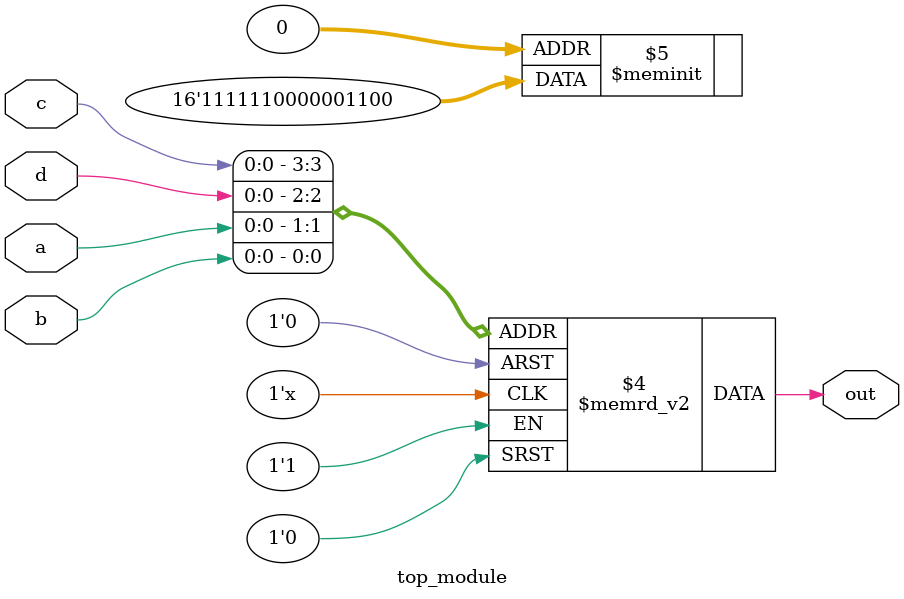
<source format=sv>
module top_module (
    input a, 
    input b,
    input c,
    input d,
    output reg out
);

always @(*) begin
    case ({c, d, a, b})
    4'b0000: out = 1'b0;  // Fixing don't-care conditions according to Karnaugh map
    4'b0001: out = 1'b0;
    4'b0010: out = 1'b1;
    4'b0011: out = 1'b1;
    4'b0100: out = 1'b0;
    4'b0101: out = 1'b0;
    4'b0110: out = 1'b0;  // Adding missing don't-care state
    4'b0111: out = 1'b0;  // Adding missing don't-care state
    4'b1000: out = 1'b0;  // Adding missing don't-care state
    4'b1001: out = 1'b0;
    4'b1010: out = 1'b1;
    4'b1011: out = 1'b1;
    4'b1100: out = 1'b1;  // Fixing according to Karnaugh map
    4'b1101: out = 1'b1;
    4'b1110: out = 1'b1;
    4'b1111: out = 1'b1;
    default: out = 1'b0;  // Fixing default case
    endcase
end

endmodule

</source>
